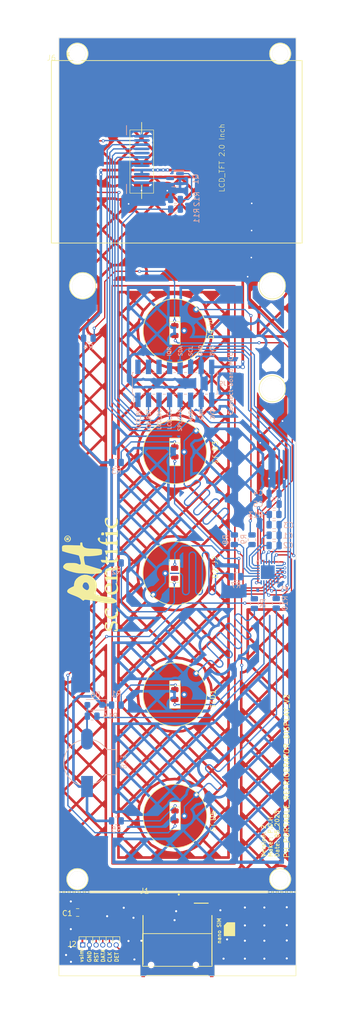
<source format=kicad_pcb>
(kicad_pcb (version 20221018) (generator pcbnew)
  (layers (0 "F.Cu" signal) (31 "B.Cu" signal) (34 "B.Paste" user) (35 "F.Paste" user) (36 "B.SilkS" user "B.Silkscreen") (37 "F.SilkS" user "F.Silkscreen") (38 "B.Mask" user) (39 "F.Mask" user) (44 "Edge.Cuts" user))
  (net 0 "")
  (net 1 "GND")
  (net 2 "Net-(BZ1-+)")
  (net 3 "+3V3")
  (net 4 "Net-(U1-CMOD)")
  (net 5 "Net-(U1-VCC)")
  (net 6 "Net-(U1-~{XRES})")
  (net 7 "Net-(D1-A)")
  (net 8 "Net-(D1-K)")
  (net 9 "Net-(D2-A)")
  (net 10 "Net-(D2-K)")
  (net 11 "Net-(D3-A)")
  (net 12 "Net-(D3-K)")
  (net 13 "Net-(D4-A)")
  (net 14 "/i2c_scl")
  (net 15 "/i2c_sda")
  (net 16 "/lcd_cs")
  (net 17 "/lcd_dc")
  (net 18 "/lcd_rst")
  (net 19 "/lcd_bl")
  (net 20 "Net-(D4-K)")
  (net 21 "Net-(D5-A)")
  (net 22 "Net-(D5-K)")
  (net 23 "Net-(J6-LEDK)")
  (net 24 "/ts_irq")
  (net 25 "/lcd_clk")
  (net 26 "/lcd_mosi")
  (net 30 "Net-(Q1-B)")
  (net 31 "Net-(U1-CS0)")
  (net 32 "Net-(U1-CS1)")
  (net 33 "Net-(U1-CS2)")
  (net 34 "Net-(U1-CS3)")
  (net 35 "Net-(U1-CS4)")
  (net 36 "Net-(U1-~{HI})")
  (net 37 "/ts1")
  (net 38 "/ts2")
  (net 39 "/ts3")
  (net 40 "/ts4")
  (net 41 "/ts5")
  (footprint "LED_SMD:LED_0805_2012Metric" (layer "F.Cu") (at 57.03 169.51 -90)
    (fp_text reference "D5")
    (fp_text value "LED0805")
  )
  (footprint "Lib_Hien:Button_Touch_Circle" (layer "F.Cu") (at 57 100.5 -90)
    (fp_text reference "J3")
    (fp_text value "Conn_01x01")
  )
  (footprint "Connector_PinHeader_1.27mm:PinHeader_1x06_P1.27mm_Horizontal" (layer "F.Cu") (at 39.51 193.975 90)
    (fp_text reference "J2")
    (fp_text value "Conn_01x06_Pin" hide)
  )
  (footprint "Lib_Hien:microSIM_Card" (layer "F.Cu") (at 57.5 192.915)
    (fp_text reference "J1")
    (fp_text value "SIM7100-6-1-15-00-A_REVC")
  )
  (footprint "LED_SMD:LED_0805_2012Metric" (layer "F.Cu") (at 57 146.5 -90)
    (fp_text reference "D1")
    (fp_text value "LED0805")
  )
  (footprint "01phkicad:logo" (layer "F.Cu") (at 43.185918 122.99333 90)
    (fp_text reference "" hide)
    (fp_text value "LOGO" hide)
  )
  (footprint "Lib_Hien:Button_Touch_Circle" (layer "F.Cu") (at 57.03 169.51 -90)
    (fp_text reference "J5")
    (fp_text value "Conn_01x01")
  )
  (footprint "01phkicad:hole_4mm" (layer "F.Cu") (at 75.5 88.5)
    (fp_text reference "REF**" hide)
    (fp_text value "hole_4mm")
  )
  (footprint "LED_SMD:LED_0805_2012Metric" (layer "F.Cu") (at 56.957597 123.519997 90)
    (fp_text reference "D2")
    (fp_text value "LED0805")
  )
  (footprint "01phkicad:hole_4mm" (layer "F.Cu") (at 75.5 69)
    (fp_text reference "REF**" hide)
    (fp_text value "hole_4mm")
  )
  (footprint "Lib_Hien:Button_Touch_Circle" (layer "F.Cu") (at 56.957597 123.519997 90)
    (fp_text reference "J2")
    (fp_text value "Conn_01x01")
  )
  (footprint "01phkicad:hole_3mm" (layer "F.Cu") (at 77 181.5)
    (fp_text reference "REF**" hide)
    (fp_text value "Vit-4mm")
  )
  (footprint "Lib_Hien:Button_Touch_Circle" (layer "F.Cu") (at 57 77.5 -90)
    (fp_text reference "J4")
    (fp_text value "Conn_01x01")
  )
  (footprint "01phkicad:hole_3mm" (layer "F.Cu") (at 38.5 181.5)
    (fp_text reference "REF**" hide)
    (fp_text value "Vit-4mm")
  )
  (footprint "01phkicad:hole_4mm" (layer "F.Cu") (at 39.5 69)
    (fp_text reference "REF**" hide)
    (fp_text value "hole_4mm")
  )
  (footprint "Lib_Hien:Button_Touch_Circle" (layer "F.Cu") (at 57 146.5 -90)
    (fp_text reference "J1")
    (fp_text value "Conn_01x01")
  )
  (footprint "01phkicad:hole_3mm" (layer "F.Cu") (at 77 25)
    (fp_text reference "REF**" hide)
    (fp_text value "Vit-4mm")
  )
  (footprint "01phkicad:hole_3mm" (layer "F.Cu") (at 38.5 25)
    (fp_text reference "REF**" hide)
    (fp_text value "Vit-4mm")
  )
  (footprint "LED_SMD:LED_0805_2012Metric" (layer "F.Cu") (at 57 77.5 -90)
    (fp_text reference "D4")
    (fp_text value "LED0805")
  )
  (footprint "Capacitor_SMD:C_0805_2012Metric" (layer "F.Cu") (at 38.55 187.825 180)
    (fp_text reference "C1")
    (fp_text value "100nF")
  )
  (footprint "Lib_Hien:LCD_TFT_34.6x47.6mm_2INCH" (layer "F.Cu") (at 33.5675 26.2975)
    (fp_text reference "J6")
    (fp_text value "LCD12PIN")
  )
  (footprint "LED_SMD:LED_0805_2012Metric" (layer "F.Cu") (at 57 100.5 -90)
    (fp_text reference "D3")
    (fp_text value "LED0805")
  )
  (footprint "Lib_Hien:Buzzer_SMD_9633" (layer "B.Cu") (at 40.35 159.25 90)
    (fp_text reference "BZ1")
    (fp_text value "Buzzer-Device")
  )
  (footprint "Resistor_SMD:R_0805_2012Metric" (layer "B.Cu") (at 75.85 112.35 180)
    (fp_text reference "R13")
    (fp_text value "10k")
  )
  (footprint "Capacitor_SMD:C_0805_2012Metric" (layer "B.Cu") (at 75.85 118.25)
    (fp_text reference "C2")
    (fp_text value "100nF")
  )
  (footprint "Package_DFN_QFN:QFN-24-1EP_4x4mm_P0.5mm_EP2.6x2.6mm" (layer "B.Cu") (at 74.65 123.3)
    (fp_text reference "U1")
    (fp_text value "CY8CMBR3116")
  )
  (footprint "Resistor_SMD:R_0805_2012Metric" (layer "B.Cu") (at 68.6 124.15)
    (fp_text reference "R7")
    (fp_text value "560R")
  )
  (footprint "Capacitor_SMD:C_0805_2012Metric" (layer "B.Cu") (at 75.85 114.3)
    (fp_text reference "C3")
    (fp_text value "100nF")
  )
  (footprint "Resistor_SMD:R_0805_2012Metric" (layer "B.Cu") (at 68.3 117.15 -90)
    (fp_text reference "R8")
    (fp_text value "560R")
  )
  (footprint "Resistor_SMD:R_0805_2012Metric" (layer "B.Cu") (at 76.25 129.2 90)
    (fp_text reference "R10")
    (fp_text value "560R")
  )
  (footprint "Resistor_SMD:R_0805_2012Metric" (layer "B.Cu") (at 45.9 121.55)
    (fp_text reference "R2")
    (fp_text value "1k")
  )
  (footprint "Package_TO_SOT_SMD:SOT-23" (layer "B.Cu") (at 57.05 48.675 180)
    (fp_text reference "Q1")
    (fp_text value "C1815_SOT23")
  )
  (footprint "Resistor_SMD:R_0805_2012Metric" (layer "B.Cu") (at 57.125 52.625 180)
    (fp_text reference "R12")
    (fp_text value "10k")
  )
  (footprint "Diode_SMD:D_SOD-123F" (layer "B.Cu") (at 41.8 148.45 180)
    (fp_text reference "D6")
    (fp_text value "1N4007_T7")
  )
  (footprint "Resistor_SMD:R_0805_2012Metric" (layer "B.Cu") (at 45.9 102.5)
    (fp_text reference "R3")
    (fp_text value "1k")
  )
  (footprint "Resistor_SMD:R_0805_2012Metric" (layer "B.Cu") (at 40.5875 78.95)
    (fp_text reference "R4")
    (fp_text value "1k")
  )
  (footprint "Capacitor_SMD:C_0805_2012Metric" (layer "B.Cu") (at 75.85 110.4 180)
    (fp_text reference "C5")
    (fp_text value "10uF")
  )
  (footprint "Capacitor_SMD:C_0805_2012Metric" (layer "B.Cu") (at 75.85 116.3)
    (fp_text reference "C1")
    (fp_text value "2.2nF")
  )
  (footprint "Resistor_SMD:R_0805_2012Metric" (layer "B.Cu") (at 72.1 129.25 90)
    (fp_text reference "R6")
    (fp_text value "560R")
  )
  (footprint "Resistor_SMD:R_0805_2012Metric" (layer "B.Cu") (at 45.9 148.5)
    (fp_text reference "R1")
    (fp_text value "1k")
  )
  (footprint "Connector_PinSocket_2.00mm:PinSocket_2x08_P2.00mm_Vertical_SMD" (layer "B.Cu") (at 57 87.5 -90)
    (fp_text reference "J9")
    (fp_text value "Conn_02x08_Odd_Even")
  )
  (footprint "Resistor_SMD:R_0805_2012Metric" (layer "B.Cu") (at 71.65 117.15 -90)
    (fp_text reference "R9")
    (fp_text value "560R")
  )
  (footprint "Resistor_SMD:R_0805_2012Metric" (layer "B.Cu") (at 57.125 54.475)
    (fp_text reference "R11")
    (fp_text value "100R")
  )
  (footprint "Capacitor_SMD:C_0805_2012Metric" (layer "B.Cu") (at 75.85 108.4 180)
    (fp_text reference "C4")
    (fp_text value "100nF")
  )
  (footprint "Resistor_SMD:R_0805_2012Metric" (layer "B.Cu") (at 41.3 150.6 180)
    (fp_text reference "R14")
    (fp_text value "1k")
  )
  (footprint "Resistor_SMD:R_0805_2012Metric" (layer "B.Cu") (at 45.9 170.45)
    (fp_text reference "R5")
    (fp_text value "1k")
  )
  (gr_line (start 40.175 190.725) (end 41.45 190.725) (stroke (width 0.2)) (layer "F.Cu"))
  (gr_rect (start 45.1 69) (end 68.4 178.6) (stroke (width 0.3)) (fill none) (layer "F.Cu"))
  (gr_line (start 47.825 51.5375) (end 47.825 49.7625) (stroke (width 0.15)) (layer "B.SilkS"))
  (gr_line (start 47.825 40.4) (end 47.825 38.625) (stroke (width 0.15)) (layer "B.SilkS"))
  (gr_rect (start 35 184.025) (end 80 199.825) (stroke (width 0.1)) (fill none) (layer "F.SilkS"))
  (gr_rect (start 50.89 191.825) (end 64.07 198.025) (stroke (width 0.15)) (fill none) (layer "F.SilkS"))
  (gr_rect (start 35 22) (end 80 183.85) (stroke (width 0.1)) (fill none) (layer "F.SilkS"))
  (gr_line (start 50.7 38.025) (end 50.7 40.175) (stroke (width 0.15)) (layer "F.SilkS"))
  (gr_poly (pts (xy 66.375 190.325) (xy 66.375 192.225) (xy 68.375 192.225) (xy 68.375 192.225) (xy 68.375 189.75) (xy 66.95 189.75)) (stroke (width 0.15)) (fill solid) (layer "F.SilkS"))
  (gr_line (start 50.7 52.475) (end 50.7 49.95) (stroke (width 0.15)) (layer "F.SilkS"))
  (gr_poly (pts (xy 64.55 197.825) (xy 80 197.825) (xy 80 22) (xy 35 22) (xy 35 197.825) (xy 50.45 197.825) (xy 50.45 199.425) (xy 50.45 199.85) (xy 64.55 199.85)) (stroke (width 0.1)) (fill none) (layer "Edge.Cuts"))
  (gr_rect (start 40.85 183.725) (end 74.65 184.125) (stroke (width 0.1)) (fill none) (layer "Edge.Cuts"))
  (gr_text "GND" (at 62.475 94.616666 90) (layer "B.SilkS") (effects (font (size 0.7 0.7) (thickness 0.15) bold) (justify left bottom)))
  (gr_text "3V3" (at 64.575 94.416667 90) (layer "B.SilkS") (effects (font (size 0.7 0.7) (thickness 0.15) bold) (justify left bottom)))
  (gr_text "IQR" (at 56.35 82.45 90) (layer "B.SilkS") (effects (font (size 0.7 0.7) (thickness 0.15) bold) (justify left bottom)))
  (gr_text "LCD_BL" (at 50.5 96.25 90) (layer "B.SilkS") (effects (font (size 0.7 0.7) (thickness 0.15) bold) (justify left bottom)))
  (gr_text "LCD_DC" (at 54.45 96.383333 90) (layer "B.SilkS") (effects (font (size 0.7 0.7) (thickness 0.15) bold) (justify left bottom)))
  (gr_text "SDA" (at 58.475 82.45 90) (layer "B.SilkS") (effects (font (size 0.7 0.7) (thickness 0.15) bold) (justify left bottom)))
  (gr_text "GND" (at 62.3 82.45 90) (layer "B.SilkS") (effects (font (size 0.7 0.7) (thickness 0.15) bold) (justify left bottom)))
  (gr_text "MOSI" (at 60.45 95.016666 90) (layer "B.SilkS") (effects (font (size 0.7 0.7) (thickness 0.15) bold) (justify left bottom)))
  (gr_text "Connect board MCU" (at 68.075 93.6 90) (layer "B.SilkS") (effects (font (size 0.8 0.8) (thickness 0.15) bold) (justify left bottom)))
  (gr_text "3V3" (at 64.525 82.45 90) (layer "B.SilkS") (effects (font (size 0.7 0.7) (thickness 0.15) bold) (justify left bottom)))
  (gr_text "SPI_CLK" (at 58.375 96.683333 90) (layer "B.SilkS") (effects (font (size 0.7 0.7) (thickness 0.15) bold) (justify left bottom)))
  (gr_text "SCL" (at 60.425 82.45 90) (layer "B.SilkS") (effects (font (size 0.7 0.7) (thickness 0.15) bold) (justify left bottom)))
  (gr_text "LCD_CS" (at 56.4 96.35 90) (layer "B.SilkS") (effects (font (size 0.7 0.7) (thickness 0.15) bold) (justify left bottom)))
  (gr_text "LCD_RST" (at 52.45 96.883333 90) (layer "B.SilkS") (effects (font (size 0.7 0.7) (thickness 0.15) bold) (justify left bottom)))
  (gr_text "RST" (at 42.525 197.35 90) (layer "F.SilkS") (effects (font (size 0.7 0.7) (thickness 0.15) bold) (justify left bottom)))
  (gr_text "DET" (at 46.375 197.325 90) (layer "F.SilkS") (effects (font (size 0.7 0.7) (thickness 0.15) bold) (justify left bottom)))
  (gr_text "CLK" (at 45.05 197.35 90) (layer "F.SilkS") (effects (font (size 0.7 0.7) (thickness 0.15) bold) (justify left bottom)))
  (gr_text "Version: 2\nMaker: P.D.H\nDate: 05_2023" (at 76.9 177.4 90) (layer "F.SilkS") (effects (font (size 0.8 0.8) (thickness 0.15) bold) (justify left bottom)))
  (gr_text "nano SIM" (at 65.825 193.825 90) (layer "F.SilkS") (effects (font (size 0.7 0.7) (thickness 0.15) bold) (justify left bottom)))
  (gr_text "PH_PORTABLE_REFRIGERATOR_DISPLAY_V2" (at 78.225 161.95 90) (layer "F.SilkS") (effects (font (size 1 1))))
  (gr_text "vsim" (at 39.7 197.35 90) (layer "F.SilkS") (effects (font (size 0.7 0.7) (thickness 0.15) bold) (justify left bottom)))
  (gr_text "DATA" (at 43.8 197.35 90) (layer "F.SilkS") (effects (font (size 0.7 0.7) (thickness 0.15) bold) (justify left bottom)))
  (gr_text "GND" (at 41.2 197.35 90) (layer "F.SilkS") (effects (font (size 0.7 0.7) (thickness 0.15) bold) (justify left bottom)))
  (segment (start 46.4 194.725) (end 45.86 194.185) (width 0.25) (layer "F.Cu") (net 0))
  (segment (start 53.94 185.545) (end 53.94 185.715) (width 0.25) (layer "F.Cu") (net 0))
  (segment (start 52.67 185.545) (end 52.05 184.925) (width 0.25) (layer "F.Cu") (net 0))
  (segment (start 57.75 184.825) (end 57.35 184.425) (width 0.35) (layer "F.Cu") (net 0))
  (segment (start 40.025 187.725) (end 39.425 187.725) (width 0.35) (layer "F.Cu") (net 0))
  (segment (start 44.3 190.575) (end 43.32 191.555) (width 0.25) (layer "F.Cu") (net 0))
  (segment (start 44 184.925) (end 42.065 186.86) (width 0.25) (layer "F.Cu") (net 0))
  (segment (start 53.95 187.975) (end 51.35 190.575) (width 0.25) (layer "F.Cu") (net 0))
  (segment (start 55.21 187.665) (end 51.65 191.225) (width 0.25) (layer "F.Cu") (net 0))
  (segment (start 43.32 191.555) (end 43.32 193.975) (width 0.25) (layer "F.Cu") (net 0))
  (segment (start 52.05 184.925) (end 44 184.925) (width 0.25) (layer "F.Cu") (net 0))
  (segment (start 55.21 185.545) (end 55.21 187.665) (width 0.25) (layer "F.Cu") (net 0))
  (segment (start 44.95 191.225) (end 44.59 191.585) (width 0.25) (layer "F.Cu") (net 0))
  (segment (start 51.35 190.575) (end 44.3 190.575) (width 0.25) (layer "F.Cu") (net 0))
  (segment (start 43.325 184.425) (end 40.025 187.725) (width 0.35) (layer "F.Cu") (net 0))
  (segment (start 51.65 191.225) (end 44.95 191.225) (width 0.25) (layer "F.Cu") (net 0))
  (segment (start 59.97 185.545) (end 59.97 194.055) (width 0.25) (layer "F.Cu") (net 0))
  (segment (start 42.065 193.96) (end 42.05 193.975) (width 0.25) (layer "F.Cu") (net 0))
  (segment (start 39.525 193.96) (end 39.51 193.975) (width 0.25) (layer "F.Cu") (net 0))
  (segment (start 53.95 185.725) (end 53.95 187.975) (width 0.25) (layer "F.Cu") (net 0))
  (segment (start 39.45 187.75) (end 39.45 193.86) (width 0.35) (layer "F.Cu") (net 0))
  (segment (start 57.75 185.545) (end 57.75 184.825) (width 0.35) (layer "F.Cu") (net 0))
  (segment (start 57.375 184.425) (end 43.325 184.425) (width 0.35) (layer "F.Cu") (net 0))
  (segment (start 44.59 191.585) (end 44.59 193.975) (width 0.25) (layer "F.Cu") (net 0))
  (segment (start 53.94 185.715) (end 53.95 185.725) (width 0.25) (layer "F.Cu") (net 0))
  (segment (start 42.065 186.86) (end 42.065 193.96) (width 0.25) (layer "F.Cu") (net 0))
  (segment (start 59.3 194.725) (end 46.4 194.725) (width 0.25) (layer "F.Cu") (net 0))
  (segment (start 59.97 194.055) (end 59.3 194.725) (width 0.25) (layer "F.Cu") (net 0))
  (segment (start 73.225 98.775) (end 73.225 97.775) (width 0.25) (layer "F.Cu") (net 1))
  (segment (start 76.35 94.65) (end 77.45 94.65) (width 0.25) (layer "F.Cu") (net 1))
  (segment (start 77.65 105.55) (end 74.9 105.55) (width 0.25) (layer "F.Cu") (net 1))
  (segment (start 73.225 97.775) (end 76.35 94.65) (width 0.25) (layer "F.Cu") (net 1))
  (segment (start 77.75 105.65) (end 77.65 105.55) (width 0.25) (layer "F.Cu") (net 1))
  (via (at 78.25 190.225) (size 0.8) (drill 0.4) (layers "F.Cu" "B.Cu") (net 1))
  (via (at 37.25 190.975) (size 0.8) (drill 0.4) (layers "F.Cu" "B.Cu") (net 1))
  (via (at 75.99 183.925) (size 0.6) (drill 0.3) (layers "F.Cu" "B.Cu") (net 1))
  (via (at 74.9 105.55) (size 0.6) (drill 0.3) (layers "F.Cu" "B.Cu") (net 1))
  (via (at 70.3 186.875) (size 0.8) (drill 0.4) (layers "F.Cu" "B.Cu") (net 1))
  (via (at 49.15 188.825) (size 0.8) (drill 0.4) (layers "F.Cu" "B.Cu") (net 1))
  (via (at 47.3 186.925) (size 0.8) (drill 0.4) (layers "F.Cu" "B.Cu") (net 1))
  (via (at 37.409 183.95) (size 0.6) (drill 0.3) (layers "F.Cu" "B.Cu") (net 1))
  (via (at 50.65 193.175) (size 0.8) (drill 0.4) (layers "F.Cu" "B.Cu") (net 1))
  (via (at 78.66 183.925) (size 0.6) (drill 0.3) (layers "F.Cu" "B.Cu") (net 1))
  (via (at 71.6 53.375) (size 0.6) (drill 0.3) (layers "F.Cu" "B.Cu") (net 1))
  (via (at 44.15 188.525) (size 0.8) (drill 0.4) (layers "F.Cu" "B.Cu") (net 1))
  (via (at 36.35 195.875) (size 0.8) (drill 0.4) (layers "F.Cu" "B.Cu") (net 1))
  (via (at 71.525 63.65) (size 0.6) (drill 0.3) (layers "F.Cu" "B.Cu") (net 1))
  (via (at 70.3 196.575) (size 0.8) (drill 0.4) (layers "F.Cu" "B.Cu") (net 1))
  (via (at 57.25 187.575) (size 0.8) (drill 0.4) (layers "F.Cu" "B.Cu") (net 1))
  (via (at 71.575 58.525) (size 0.6) (drill 0.3) (layers "F.Cu" "B.Cu") (net 1))
  (via (at 78.25 196.525) (size 0.8) (drill 0.4) (layers "F.Cu" "B.Cu") (net 1))
  (via (at 74 186.875) (size 0.8) (drill 0.4) (layers "F.Cu" "B.Cu") (net 1))
  (via (at 48.2 193.225) (size 0.8) (drill 0.4) (layers "F.Cu" "B.Cu") (net 1))
  (via (at 70.3 193.175) (size 0.8) (drill 0.4) (layers "F.Cu" "B.Cu") (net 1))
  (via (at 78.25 193.125) (size 0.8) (drill 0.4) (layers "F.Cu" "B.Cu") (net 1))
  (via (at 75.1 183.925) (size 0.6) (drill 0.3) (layers "F.Cu" "B.Cu") (net 1))
  (via (at 78.25 186.825) (size 0.8) (drill 0.4) (layers "F.Cu" "B.Cu") (net 1))
  (via (at 66.25 196.575) (size 0.8) (drill 0.4) (layers "F.Cu" "B.Cu") (net 1))
  (via (at 35.465 183.95) (size 0.6) (drill 0.3) (layers "F.Cu" "B.Cu") (net 1))
  (via (at 65.65 187.4) (size 0.8) (drill 0.4) (layers "F.Cu" "B.Cu") (net 1))
  (via (at 37.25 185.725) (size 0.8) (drill 0.4) (layers "F.Cu" "B.Cu") (net 1))
  (via (at 55.575 50.975) (size 0.6) (drill 0.3) (layers "F.Cu" "B.Cu") (net 1))
  (via (at 36.437 183.95) (size 0.6) (drill 0.3) (layers "F.Cu" "B.Cu") (net 1))
  (via (at 66.925 192.925) (size 0.8) (drill 0.4) (layers "F.Cu" "B.Cu") (net 1))
  (via (at 38.381 183.95) (size 0.6) (drill 0.3) (layers "F.Cu" "B.Cu") (net 1))
  (via (at 56.95 189.275) (size 0.8) (drill 0.4) (layers "F.Cu" "B.Cu") (net 1))
  (via (at 40.325 183.95) (size 0.6) (drill 0.3) (layers "F.Cu" "B.Cu") (net 1))
  (via (at 79.55 183.925) (size 0.6) (drill 0.3) (layers "F.Cu" "B.Cu") (net 1))
  (via (at 76.88 183.925) (size 0.6) (drill 0.3) (layers "F.Cu" "B.Cu") (net 1))
  (via (at 73.225 98.775) (size 0.6) (drill 0.3) (layers "F.Cu" "B.Cu") (net 1))
  (via (at 77.45 94.65) (size 0.6) (drill 0.3) (layers "F.Cu" "B.Cu") (net 1))
  (via (at 50.675 50.925) (size 0.6) (drill 0.3) (layers "F.Cu" "B.Cu") (net 1))
  (via (at 77.75 105.65) (size 0.6) (drill 0.3) (layers "F.Cu" "B.Cu") (net 1))
  (via (at 39.353 183.95) (size 0.6) (drill 0.3) (layers "F.Cu" "B.Cu") (net 1))
  (via (at 48.225 53.475) (size 0.6) (drill 0.3) (layers "F.Cu" "B.Cu") (net 1))
  (via (at 77.77 183.925) (size 0.6) (drill 0.3) (layers "F.Cu" "B.Cu") (net 1))
  (via (at 70.825 67.275) (size 0.6) (drill 0.3) (layers "F.Cu" "B.Cu") (net 1))
  (via (at 70.3 190.275) (size 0.8) (drill 0.4) (layers "F.Cu" "B.Cu") (net 1))
  (via (at 37.275 197.175) (size 0.8) (drill 0.4) (layers "F.Cu" "B.Cu") (net 1))
  (via (at 49.325 196.725) (size 0.8) (drill 0.4) (layers "F.Cu" "B.Cu") (net 1))
  (via (at 74 196.575) (size 0.8) (drill 0.4) (layers "F.Cu" "B.Cu") (net 1))
  (via (at 74 193.175) (size 0.8) (drill 0.4) (layers "F.Cu" "B.Cu") (net 1))
  (via (at 74 190.275) (size 0.8) (drill 0.4) (layers "F.Cu" "B.Cu") (net 1))
  (via (at 37.25 194.375) (size 0.8) (drill 0.4) (layers "F.Cu" "B.Cu") (net 1))
  (segment (start 74.9 121.3625) (end 74.9 123.05) (width 0.25) (layer "B.Cu") (net 1))
  (segment (start 75.9 125.2375) (end 75.9 124.55) (width 0.25) (layer "B.Cu") (net 1))
  (segment (start 75.4 119.8) (end 76.8 118.4) (width 0.25) (layer "B.Cu") (net 1))
  (segment (start 62 84.375) (end 62 90.625) (width 0.25) (layer "B.Cu") (net 1))
  (segment (start 77.95 112.95) (end 76.8 114.1) (width 0.25) (layer "B.Cu") (net 1))
  (segment (start 74.9 100.45) (end 69.4 94.95) (width 0.25) (layer "B.Cu") (net 1))
  (segment (start 79 93.05) (end 77.45 94.6) (width 0.25) (layer "B.Cu") (net 1))
  (segment (start 63.75 94.95) (end 62 93.2) (width 0.25) (layer "B.Cu") (net 1))
  (segment (start 74.9 108.4) (end 74.9 105.55) (width 0.25) (layer "B.Cu") (net 1))
  (segment (start 79 79.9) (end 79 93.05) (width 0.25) (layer "B.Cu") (net 1))
  (segment (start 75.4 124.05) (end 74.65 123.3) (width 0.25) (layer "B.Cu") (net 1))
  (segment (start 76.8 114.1) (end 76.8 114.3) (width 0.25) (layer "B.Cu") (net 1))
  (segment (start 75.4 121.3625) (end 75.4 119.8) (width 0.25) (layer "B.Cu") (net 1))
  (segment (start 73.9 122.55) (end 74.65 123.3) (width 0.25) (layer "B.Cu") (net 1))
  (segment (start 70.85 67.25) (end 70.825 67.275) (width 0.25) (layer "B.Cu") (net 1))
  (segment (start 77.95 105.85) (end 77.95 112.95) (width 0.25) (layer "B.Cu") (net 1))
  (segment (start 74.9 121.3625) (end 75.4 121.3625) (width 0.25) (layer "B.Cu") (net 1))
  (segment (start 76.5875 124.05) (end 75.4 124.05) (width 0.25) (layer "B.Cu") (net 1))
  (segment (start 77.75 105.65) (end 77.95 105.85) (width 0.25) (layer "B.Cu") (net 1))
  (segment (start 74.9 110.4) (end 74.9 108.4) (width 0.25) (layer "B.Cu") (net 1))
  (segment (start 75.9 124.55) (end 74.65 123.3) (width 0.25) (layer "B.Cu") (net 1))
  (segment (start 62 93.2) (end 62 90.625) (width 0.25) (layer "B.Cu") (net 1))
  (segment (start 74.9 123.05) (end 74.65 123.3) (width 0.25) (layer "B.Cu") (net 1))
  (segment (start 73.9 121.3625) (end 73.9 122.55) (width 0.25) (layer "B.Cu") (net 1))
  (segment (start 74.9 105.55) (end 74.9 100.45) (width 0.25) (layer "B.Cu") (net 1))
  (segment (start 77.45 94.6) (end 77.45 94.65) (width 0.25) (layer "B.Cu") (net 1))
  (segment (start 76.5875 124.05) (end 76.5875 124.55) (width 0.25) (layer "B.Cu") (net 1))
  (segment (start 76.8 118.4) (end 76.8 118.25) (width 0.25) (layer "B.Cu") (net 1))
  (segment (start 70.85 71.75) (end 79 79.9) (width 0.25) (layer "B.Cu") (net 1))
  (segment (start 76.8 118.25) (end 76.8 114.3) (width 0.25) (layer "B.Cu") (net 1))
  (segment (start 69.4 94.95) (end 63.75 94.95) (width 0.25) (layer "B.Cu") (net 1))
  (segment (start 70.825 67.275) (end 70.85 71.75) (width 0.25) (layer "B.Cu") (net 1))
  (segment (start 40.33 154.936) (end 40.33 150.7575) (width 0.35) (layer "B.Cu") (net 2))
  (segment (start 40.33 150.7575) (end 40.6375 150.45) (width 0.35) (layer "B.Cu") (net 2))
  (segment (start 40.4 150.2125) (end 40.6375 150.45) (width 0.35) (layer "B.Cu") (net 2))
  (segment (start 40.4 148.45) (end 40.4 150.2125) (width 0.35) (layer "B.Cu") (net 2))
  (segment (start 69 84.4) (end 69.9 84.4) (width 0.5) (layer "F.Cu") (net 3))
  (segment (start 48.5175 47.0675) (end 47.8275 47.0675) (width 0.5) (layer "F.Cu") (net 3))
  (segment (start 43.0325 47.0675) (end 47.7175 47.0675) (width 0.5) (layer "F.Cu") (net 3))
  (segment (start 42.95 47.15) (end 42.95 47.9) (width 0.35) (layer "F.Cu") (net 3))
  (segment (start 48.525 47.075) (end 48.5175 47.0675) (width 0.5) (layer "F.Cu") (net 3))
  (segment (start 47.7325 47.0675) (end 47.8275 47.0675) (width 0.5) (layer "F.Cu") (net 3))
  (segment (start 76.8 109.45) (end 76.8 109.5) (width 0.25) (layer "F.Cu") (net 3))
  (segment (start 69.9 83.4) (end 69.9 49.55) (width 0.5) (layer "F.Cu") (net 3))
  (segment (start 43 47.1) (end 43.0325 47.0675) (width 0.5) (layer "F.Cu") (net 3))
  (segment (start 43 47.1) (end 42.95 47.15) (width 0.35) (layer "F.Cu") (net 3))
  (segment (start 67.4175 47.0675) (end 48.5325 47.0675) (width 0.5) (layer "F.Cu") (net 3))
  (segment (start 69.9 49.55) (end 67.4175 47.0675) (width 0.5) (layer "F.Cu") (net 3))
  (segment (start 69.9 83.4) (end 69.9 84.4) (width 0.5) (layer "F.Cu") (net 3))
  (segment (start 73.8745 112.4255) (end 73.8745 119.45) (width 0.25) (layer "F.Cu") (net 3))
  (segment (start 76.8 109.5) (end 73.8745 112.4255) (width 0.25) (layer "F.Cu") (net 3))
  (segment (start 47.725 47.075) (end 47.7325 47.0675) (width 0.5) (layer "F.Cu") (net 3))
  (segment (start 47.7175 47.0675) (end 47.725 47.075) (width 0.5) (layer "F.Cu") (net 3))
  (segment (start 48.5325 47.0675) (end 48.525 47.075) (width 0.5) (layer "F.Cu") (net 3))
  (via (at 73.8745 119.45) (size 0.6) (drill 0.3) (layers "F.Cu" "B.Cu") (net 3))
  (via (at 52.825 47.05) (size 0.6) (drill 0.3) (layers "F.Cu" "B.Cu") (net 3))
  (via (at 69.9 83.4) (size 0.6) (drill 0.3) (layers "F.Cu" "B.Cu") (net 3))
  (via (at 53.75 47.05) (size 0.6) (drill 0.3) (layers "F.Cu" "B.Cu") (net 3))
  (via (at 54.8 47.05) (size 0.6) (drill 0.3) (layers "F.Cu" "B.Cu") (net 3))
  (via (at 43 47.1) (size 0.6) (drill 0.3) (layers "F.Cu" "B.Cu") (net 3))
  (via (at 42.95 47.9) (size 0.6) (drill 0.3) (layers "F.Cu" "B.Cu") (net 3))
  (via (at 69.9 84.4) (size 0.8) (drill 0.5) (layers "F.Cu" "B.Cu") (net 3))
  (via (at 69 84.4) (size 0.6) (drill 0.3) (layers "F.Cu" "B.Cu") (net 3))
  (via (at 55.625 47.025) (size 0.6) (drill 0.3) (layers "F.Cu" "B.Cu") (net 3))
  (via (at 76.8 109.45) (size 0.6) (drill 0.3) (layers "F.Cu" "B.Cu") (net 3))
  (via (at 43 47.1) (size 0.6) (drill 0.3) (layers "F.Cu" "B.Cu") (net 3))
  (segment (start 69 84.4) (end 69.9 84.4) (width 0.5) (layer "B.Cu") (net 3))
  (segment (start 68.975 84.375) (end 69 84.4) (width 0.5) (layer "B.Cu") (net 3))
  (segment (start 52.8275 47.0475) (end 53.7475 47.0475) (width 0.5) (layer "B.Cu") (net 3))
  (segment (start 38.7 146.85) (end 41.6 146.85) (width 0.5) (layer "B.Cu") (net 3))
  (segment (start 53.7525 47.0475) (end 54.7975 47.0475) (width 0.5) (layer "B.Cu") (net 3))
  (segment (start 76.8 108.4) (end 76.8 100.2) (width 0.35) (layer "B.Cu") (net 3))
  (segment (start 53.75 47.05) (end 53.7525 47.0475) (width 0.5) (layer "B.Cu") (net 3))
  (segment (start 44.8 148.6875) (end 44.9875 148.5) (width 0.3) (layer "B.Cu") (net 3))
  (segment (start 55.6475 47.0475) (end 55.6725 47.0475) (width 0.5) (layer "B.Cu") (net 3))
  (segment (start 40.33 163.936) (end 40.33 168.83) (width 0.5) (layer "B.Cu") (net 3))
  (segment (start 50.7275 47.0475) (end 52.8225 47.0475) (width 0.5) (layer "B.Cu") (net 3))
  (segment (start 41.95 170.45) (end 44.9875 170.45) (width 0.5) (layer "B.Cu") (net 3))
  (segment (start 41.65 146.9) (end 43.25 148.5) (width 0.5) (layer "B.Cu") (net 3))
  (segment (start 55.6725 47.0475) (end 55.675 47.05) (width 0.5) (layer "B.Cu") (net 3))
  (segment (start 43 47.1) (end 43.0325 47.0675) (width 0.35) (layer "B.Cu") (net 3))
  (segment (start 44.9375 148.45) (end 44.9875 148.5) (width 0.35) (layer "B.Cu") (net 3))
  (segment (start 39.65 78.975) (end 39.65 99.15) (width 0.5) (layer "B.Cu") (net 3))
  (segment (start 39.65 99.15) (end 43 102.5) (width 0.5) (layer "B.Cu") (net 3))
  (segment (start 39.675 78.95) (end 39.675 77.25) (width 0.5) (layer "B.Cu") (net 3))
  (segment (start 64 90.625) (end 64 84.375) (width 0.5) (layer "B.Cu") (net 3))
  (segment (start 42.95 47.15) (end 42.95 47.9) (width 0.5) (layer "B.Cu") (net 3))
  (segment (start 67.225 90.625) (end 64 90.625) (width 0.35) (layer "B.Cu") (net 3))
  (segment (start 39.675 77.25) (end 42.95 73.975) (width 0.5) (layer "B.Cu") (net 3))
  (segment (start 43.2 148.45) (end 44.9375 148.45) (width 0.5) (layer "B.Cu") (net 3))
  (segment (start 41.6 146.85) (end 43.2 148.45) (width 0.5) (layer "B.Cu") (net 3))
  (segment (start 54.8025 47.0475) (end 55.6025 47.0475) (width 0.5) (layer "B.Cu") (net 3))
  (segment (start 76.8 112.3125) (end 76.7625 112.35) (width 0.25) (layer "B.Cu") (net 3))
  (segment (start 53.7475 47.0475) (end 53.75 47.05) (width 0.5) (layer "B.Cu") (net 3))
  (segment (start 43 102.5) (end 44.9875 102.5) (width 0.5) (layer "B.Cu") (net 3))
  (segment (start 73.4 121.3625) (end 73.4 119.9245) (width 0.25) (layer "B.Cu") (net 3))
  (segment (start 38.786 163.936) (end 37.75 162.9) (width 0.5) (layer "B.Cu") (net 3))
  (segment (start 40.33 163.936) (end 38.786 163.936) (width 0.5) (layer "B.Cu") (net 3))
  (segment (start 42.95 73.975) (end 42.95 47.9) (width 0.5) (layer "B.Cu") (net 3))
  (segment (start 52.8225 47.0475) (end 52.825 47.05) (width 0.5) (layer "B.Cu") (net 3))
  (segment (start 37.75 162.9) (end 37.75 147.8) (width 0.5) (layer "B.Cu") (net 3))
  (segment (start 43 47.1) (end 42.95 47.15) (width 0.5) (layer "B.Cu") (net 3))
  (segment (start 76.8 100.2) (end 67.225 90.625) (width 0.35) (layer "B.Cu") (net 3))
  (segment (start 40.33 168.83) (end 41.95 170.45) (width 0.5) (layer "B.Cu") (net 3))
  (segment (start 44.9875 121.55) (end 44.9875 102.5) (width 0.5) (layer "B.Cu") (net 3))
  (segment (start 76.8 108.4) (end 76.8 112.3125) (width 0.25) (layer "B.Cu") (net 3))
  (segment (start 44.9875 121.55) (end 41.65 124.8875) (width 0.5) (layer "B.Cu") (net 3))
  (segment (start 52.825 47.05) (end 52.8275 47.0475) (width 0.5) (layer "B.Cu") (net 3))
  (segment (start 41.65 124.8875) (end 41.65 146.9) (width 0.5) (layer "B.Cu") (net 3))
  (segment (start 64 84.375) (end 68.975 84.375) (width 0.5) (layer "B.Cu") (net 3))
  (segment (start 54.8 47.05) (end 54.8025 47.0475) (width 0.5) (layer "B.Cu") (net 3))
  (segment (start 55.6025 47.0475) (end 55.625 47.025) (width 0.5) (layer "B.Cu") (net 3))
  (segment (start 37.75 147.8) (end 38.7 146.85) (width 0.5) (layer "B.Cu") (net 3))
  (segment (start 50.7275 47.8475) (end 50.7275 47.0475) (width 0.5) (layer "B.Cu") (net 3))
  (segment (start 39.675 78.95) (end 39.65 78.975) (width 0.5) (layer "B.Cu") (net 3))
  (segment (start 43.25 148.5) (end 44.9875 148.5) (width 0.5) (layer "B.Cu") (net 3))
  (segment (start 69.9 83.4) (end 69.9 84.4) (width 0.5) (layer "B.Cu") (net 3))
  (segment (start 73.4 119.9245) (end 73.8745 119.45) (width 0.25) (layer "B.Cu") (net 3))
  (segment (start 54.7975 47.0475) (end 54.8 47.05) (width 0.5) (layer "B.Cu") (net 3))
  (segment (start 55.625 47.025) (end 55.6475 47.0475) (width 0.5) (layer "B.Cu") (net 3))
  (segment (start 71.15 120.25) (end 73.55 117.85) (width 0.25) (layer "B.Cu") (net 4))
  (segment (start 74.2 116.3) (end 74.9 116.3) (width 0.25) (layer "B.Cu") (net 4))
  (segment (start 73.55 116.95) (end 74.2 116.3) (width 0.25) (layer "B.Cu") (net 4))
  (segment (start 73.55 117.85) (end 73.55 116.95) (width 0.25) (layer "B.Cu") (net 4))
  (segment (start 71.15 122) (end 71.15 120.25) (width 0.25) (layer "B.Cu") (net 4))
  (segment (start 71.7 122.55) (end 71.15 122) (width 0.25) (layer "B.Cu") (net 4))
  (segment (start 72.7125 122.55) (end 71.7 122.55) (width 0.25) (layer "B.Cu") (net 4))
  (segment (start 73.85 118.25) (end 74.9 118.25) (width 0.25) (layer "B.Cu") (net 5))
  (segment (start 72.7125 122.05) (end 72.1 122.05) (width 0.25) (layer "B.Cu") (net 5))
  (segment (start 71.7 120.4) (end 73.85 118.25) (width 0.25) (layer "B.Cu") (net 5))
  (segment (start 71.7 121.65) (end 71.7 120.4) (width 0.25) (layer "B.Cu") (net 5))
  (segment (start 72.1 122.05) (end 71.7 121.65) (width 0.25) (layer "B.Cu") (net 5))
  (segment (start 72.5 125.3) (end 72.775 125.025) (width 0.25) (layer "F.Cu") (net 6))
  (segment (start 72.8745 111.123213) (end 72.875 111.123713) (width 0.25) (layer "F.Cu") (net 6))
  (segment (start 72.775 111.222713) (end 72.8745 111.123213) (width 0.25) (layer "F.Cu") (net 6))
  (segment (start 72.775 125.025) (end 72.775 111.222713) (width 0.25) (layer "F.Cu") (net 6))
  (via (at 72.8745 111.123213) (size 0.6) (drill 0.3) (layers "F.Cu" "B.Cu") (net 6))
  (via (at 72.5 125.3) (size 0.6) (drill 0.3) (layers "F.Cu" "B.Cu") (net 6))
  (segment (start 72.8745 111.123213) (end 72.8745 111.1745) (width 0.25) (layer "B.Cu") (net 6))
  (segment (start 73.3375 125.3) (end 73.4 125.2375) (width 0.25) (layer "B.Cu") (net 6))
  (segment (start 74.9375 112.35) (end 74.9375 114.2625) (width 0.25) (layer "B.Cu") (net 6))
  (segment (start 74.9375 114.2625) (end 74.9 114.3) (width 0.25) (layer "B.Cu") (net 6))
  (segment (start 72.5 125.3) (end 73.3375 125.3) (width 0.25) (layer "B.Cu") (net 6))
  (segment (start 72.8745 111.1745) (end 74.05 112.35) (width 0.25) (layer "B.Cu") (net 6))
  (segment (start 74.05 112.35) (end 74.9375 112.35) (width 0.25) (layer "B.Cu") (net 6))
  (segment (start 57 144.8) (end 57.1 144.7) (width 0.25) (layer "F.Cu") (net 7))
  (segment (start 57 145.5625) (end 57 144.8) (width 0.25) (layer "F.Cu") (net 7))
  (via (at 57.1 144.7) (size 0.6) (drill 0.3) (layers "F.Cu" "B.Cu") (net 7))
  (segment (start 48.65 144.7) (end 46.8125 146.5375) (width 0.25) (layer "B.Cu") (net 7))
  (segment (start 57.1 144.7) (end 48.65 144.7) (width 0.25) (layer "B.Cu") (net 7))
  (segment (start 46.8125 146.5375) (end 46.8125 148.5) (width 0.25) (layer "B.Cu") (net 7))
  (segment (start 73.916116 127.45) (end 70.35 127.45) (width 0.25) (layer "F.Cu") (net 8))
  (segment (start 70.35 127.45) (end 69.662537 128.137463) (width 0.25) (layer "F.Cu") (net 8))
  (segment (start 57 148.4) (end 57 147.4375) (width 0.25) (layer "F.Cu") (net 8))
  (segment (start 77.166116 124.2) (end 73.916116 127.45) (width 0.25) (layer "F.Cu") (net 8))
  (segment (start 77.8755 124.2) (end 77.166116 124.2) (width 0.25) (layer "F.Cu") (net 8))
  (segment (start 69.662537 140.912537) (end 69.7 140.95) (width 0.25) (layer "F.Cu") (net 8))
  (segment (start 69.662537 128.137463) (end 69.662537 140.912537) (width 0.25) (layer "F.Cu") (net 8))
  (via (at 69.7 140.95) (size 0.6) (drill 0.3) (layers "F.Cu" "B.Cu") (net 8))
  (via (at 57 148.4) (size 0.6) (drill 0.3) (layers "F.Cu" "B.Cu") (net 8))
  (via (at 77.8755 124.2) (size 0.6) (drill 0.3) (layers "F.Cu" "B.Cu") (net 8))
  (segment (start 77.8755 124.2) (end 77.866116 124.2) (width 0.25) (layer "B.Cu") (net 8))
  (segment (start 69.7 140.95) (end 69.7 143.45) (width 0.25) (layer "B.Cu") (net 8))
  (segment (start 77.216116 123.55) (end 76.5875 123.55) (width 0.25) (layer "B.Cu") (net 8))
  (segment (start 77.866116 124.2) (end 77.216116 123.55) (width 0.25) (layer "B.Cu") (net 8))
  (segment (start 64.75 148.4) (end 57 148.4) (width 0.25) (layer "B.Cu") (net 8))
  (segment (start 69.7 143.45) (end 64.75 148.4) (width 0.25) (layer "B.Cu") (net 8))
  (segment (start 56.957597 124.457497) (end 56.957597 125.242403) (width 0.25) (layer "F.Cu") (net 9))
  (segment (start 56.957597 125.242403) (end 56.9 125.3) (width 0.25) (layer "F.Cu") (net 9))
  (via (at 56.9 125.3) (size 0.6) (drill 0.3) (layers "F.Cu" "B.Cu") (net 9))
  (segment (start 48.4 130.8) (end 46.85 129.25) (width 0.25) (layer "B.Cu") (net 9))
  (segment (start 55.2 130.8) (end 48.4 130.8) (width 0.25) (layer "B.Cu") (net 9))
  (segment (start 56.9 125.3) (end 56.9 129.1) (width 0.25) (layer "B.Cu") (net 9))
  (segment (start 46.85 121.5875) (end 46.8125 121.55) (width 0.25) (layer "B.Cu") (net 9))
  (segment (start 56.9 129.1) (end 55.2 130.8) (width 0.25) (layer "B.Cu") (net 9))
  (segment (start 46.85 129.25) (end 46.85 121.5875) (width 0.25) (layer "B.Cu") (net 9))
  (segment (start 77.85 123.3) (end 77.35 123.3) (width 0.25) (layer "F.Cu") (net 10))
  (segment (start 56.957597 121.842403) (end 57 121.8) (width 0.25) (layer "F.Cu") (net 10))
  (segment (start 77.35 123.3) (end 73.85 126.8) (width 0.25) (layer "F.Cu") (net 10))
  (segment (start 73.85 126.8) (end 69.95 126.8) (width 0.25) (layer "F.Cu") (net 10))
  (segment (start 56.957597 122.582497) (end 56.957597 121.842403) (width 0.25) (layer "F.Cu") (net 10))
  (segment (start 69.95 126.8) (end 69.15 126) (width 0.25) (layer "F.Cu") (net 10))
  (segment (start 69.15 126) (end 69.15 120.7) (width 0.25) (layer "F.Cu") (net 10))
  (via (at 77.85 123.3) (size 0.6) (drill 0.3) (layers "F.Cu" "B.Cu") (net 10))
  (via (at 69.15 120.7) (size 0.6) (drill 0.3) (layers "F.Cu" "B.Cu") (net 10))
  (via (at 57 121.8) (size 0.6) (drill 0.3) (layers "F.Cu" "B.Cu") (net 10))
  (segment (start 77.6 123.05) (end 76.5875 123.05) (width 0.25) (layer "B.Cu") (net 10))
  (segment (start 64 118.3) (end 66.4 120.7) (width 0.25) (layer "B.Cu") (net 10))
  (segment (start 57 119.7) (end 58.4 118.3) (width 0.25) (layer "B.Cu") (net 10))
  (segment (start 77.85 123.3) (end 77.6 123.05) (width 0.25) (layer "B.Cu") (net 10))
  (segment (start 66.4 120.7) (end 69.15 120.7) (width 0.25) (layer "B.Cu") (net 10))
  (segment (start 58.4 118.3) (end 64 118.3) (width 0.25) (layer "B.Cu") (net 10))
  (segment (start 57 121.8) (end 57 119.7) (width 0.25) (layer "B.Cu") (net 10))
  (segment (start 56.95 99.5125) (end 57 99.5625) (width 0.25) (layer "F.Cu") (net 11))
  (segment (start 56.95 98.6) (end 56.95 99.5125) (width 0.25) (layer "F.Cu") (net 11))
  (via (at 56.95 98.6) (size 0.6) (drill 0.3) (layers "F.Cu" "B.Cu") (net 11))
  (segment (start 46.8125 100.4875) (end 48.7 98.6) (width 0.25) (layer "B.Cu") (net 11))
  (segment (start 46.8125 102.5) (end 46.8125 100.4875) (width 0.25) (layer "B.Cu") (net 11))
  (segment (start 48.7 98.6) (end 56.95 98.6) (width 0.25) (layer "B.Cu") (net 11))
  (segment (start 77.8755 122.489553) (end 77.815053 122.55) (width 0.25) (layer "F.Cu") (net 12))
  (segment (start 77.3 122.55) (end 73.55 126.3) (width 0.25) (layer "F.Cu") (net 12))
  (segment (start 77.815053 122.55) (end 77.3 122.55) (width 0.25) (layer "F.Cu") (net 12))
  (segment (start 69.95 120.35) (end 69.2 119.6) (width 0.25) (layer "F.Cu") (net 12))
  (segment (start 73.55 126.3) (end 70.55 126.3) (width 0.25) (layer "F.Cu") (net 12))
  (segment (start 70.55 126.3) (end 69.95 125.7) (width 0.25) (layer "F.Cu") (net 12))
  (segment (start 57 101.4375) (end 57 102.3) (width 0.25) (layer "F.Cu") (net 12))
  (segment (start 69.95 125.7) (end 69.95 120.35) (width 0.25) (layer "F.Cu") (net 12))
  (via (at 69.2 119.6) (size 0.6) (drill 0.3) (layers "F.Cu" "B.Cu") (net 12))
  (via (at 57 102.3) (size 0.6) (drill 0.3) (layers "F.Cu" "B.Cu") (net 12))
  (via (at 77.8755 122.489553) (size 0.6) (drill 0.3) (layers "F.Cu" "B.Cu") (net 12))
  (segment (start 77.8755 122.489553) (end 77.815053 122.55) (width 0.25) (layer "B.Cu") (net 12))
  (segment (start 57 102.3) (end 56.95 102.35) (width 0.25) (layer "B.Cu") (net 12))
  (segment (start 56.95 102.35) (end 56.95 110.3) (width 0.25) (layer "B.Cu") (net 12))
  (segment (start 56.95 110.3) (end 65.75 119.1) (width 0.25) (layer "B.Cu") (net 12))
  (segment (start 65.75 119.1) (end 68.7 119.1) (width 0.25) (layer "B.Cu") (net 12))
  (segment (start 68.7 119.1) (end 69.2 119.6) (width 0.25) (layer "B.Cu") (net 12))
  (segment (start 77.815053 122.55) (end 76.5875 122.55) (width 0.25) (layer "B.Cu") (net 12))
  (segment (start 56.95 76.5125) (end 57 76.5625) (width 0.25) (layer "F.Cu") (net 13))
  (segment (start 50.3 66.25) (end 45.65 66.25) (width 0.25) (layer "F.Cu") (net 13))
  (segment (start 45.65 66.25) (end 43.7 68.2) (width 0.25) (layer "F.Cu") (net 13))
  (segment (start 56.95 75.65) (end 56.95 76.5125) (width 0.25) (layer "F.Cu") (net 13))
  (segment (start 43.7 68.2) (end 43.7 75.05) (width 0.25) (layer "F.Cu") (net 13))
  (segment (start 43.7 75.05) (end 41.7 77.05) (width 0.25) (layer "F.Cu") (net 13))
  (via (at 41.7 77.05) (size 0.6) (drill 0.3) (layers "F.Cu" "B.Cu") (net 13))
  (via (at 50.3 66.25) (size 0.6) (drill 0.3) (layers "F.Cu" "B.Cu") (net 13))
  (via (at 56.95 75.65) (size 0.6) (drill 0.3) (layers "F.Cu" "B.Cu") (net 13))
  (segment (start 56.95 68.2) (end 55 66.25) (width 0.25) (layer "B.Cu") (net 13))
  (segment (start 55 66.25) (end 50.3 66.25) (width 0.25) (layer "B.Cu") (net 13))
  (segment (start 56.95 75.65) (end 56.95 68.2) (width 0.25) (layer "B.Cu") (net 13))
  (segment (start 41.7 78.75) (end 41.5 78.95) (width 0.25) (layer "B.Cu") (net 13))
  (segment (start 41.7 77.05) (end 41.7 78.75) (width 0.25) (layer "B.Cu") (net 13))
  (segment (start 74.9 127.6) (end 74.85 127.65) (width 0.25) (layer "F.Cu") (net 14))
  (segment (start 78.3255 126.8745) (end 77.6 127.6) (width 0.25) (layer "F.Cu") (net 14))
  (segment (start 77.6 127.6) (end 74.9 127.6) (width 0.25) (layer "F.Cu") (net 14))
  (segment (start 78.3255 125.8) (end 78.3255 126.8745) (width 0.25) (layer "F.Cu") (net 14))
  (via (at 78.3255 125.8) (size 0.6) (drill 0.3) (layers "F.Cu" "B.Cu") (net 14))
  (via (at 74.85 127.65) (size 0.6) (drill 0.3) (layers "F.Cu" "B.Cu") (net 14))
  (segment (start 78.5 100.05) (end 71 92.55) (width 0.25) (layer "B.Cu") (net 14))
  (segment (start 60 82.5) (end 60 84.375) (width 0.25) (layer "B.Cu") (net 14))
  (segment (start 74.85 127.65) (end 74.4 127.2) (width 0.25) (layer "B.Cu") (net 14))
  (segment (start 78.5 125.6255) (end 78.5 100.05) (width 0.25) (layer "B.Cu") (net 14))
  (segment (start 60.9 81.6) (end 60 82.5) (width 0.25) (layer "B.Cu") (net 14))
  (segment (start 78.3255 125.8) (end 78.5 125.6255) (width 0.25) (layer "B.Cu") (net 14))
  (segment (start 69.75 81.6) (end 60.9 81.6) (width 0.25) (layer "B.Cu") (net 14))
  (segment (start 74.4 127.2) (end 74.4 125.2375) (width 0.25) (layer "B.Cu") (net 14))
  (segment (start 71 92.55) (end 71 82.85) (width 0.25) (layer "B.Cu") (net 14))
  (segment (start 71 82.85) (end 69.75 81.6) (width 0.25) (layer "B.Cu") (net 14))
  (segment (start 75.5 126.75) (end 77.4005 126.75) (width 0.25) (layer "F.Cu") (net 15))
  (segment (start 75.4 126.85) (end 75.5 126.75) (width 0.25) (layer "F.Cu") (net 15))
  (segment (start 77.4005 126.75) (end 77.4505 126.7) (width 0.25) (layer "F.Cu") (net 15))
  (via (at 77.4505 126.7) (size 0.6) (drill 0.3) (layers "F.Cu" "B.Cu") (net 15))
  (via (at 75.4 126.85) (size 0.6) (drill 0.3) (layers "F.Cu" "B.Cu") (net 15))
  (segment (start 78.45 126.7) (end 78.95 126.2) (width 0.25) (layer "B.Cu") (net 15))
  (segment (start 78.95 99.525) (end 71.55 92.125) (width 0.25) (layer "B.Cu") (net 15))
  (segment (start 59.2 81.05) (end 58 82.25) (width 0.25) (layer "B.Cu") (net 15))
  (segment (start 77.4505 126.7) (end 78.45 126.7) (width 0.25) (layer "B.Cu") (net 15))
  (segment (start 74.9 126.35) (end 74.9 125.2375) (width 0.25) (layer "B.Cu") (net 15))
  (segment (start 78.95 126.2) (end 78.95 99.525) (width 0.25) (layer "B.Cu") (net 15))
  (segment (start 58 82.25) (end 58 84.375) (width 0.25) (layer "B.Cu") (net 15))
  (segment (start 71.55 92.125) (end 71.55 82.5) (width 0.25) (layer "B.Cu") (net 15))
  (segment (start 70.1 81.05) (end 59.2 81.05) (width 0.25) (layer "B.Cu") (net 15))
  (segment (start 71.55 82.5) (end 70.1 81.05) (width 0.25) (layer "B.Cu") (net 15))
  (segment (start 75.4 126.85) (end 74.9 126.35) (width 0.25) (layer "B.Cu") (net 15))
  (segment (start 55.05 95.3) (end 49.35 95.3) (width 0.25) (layer "B.Cu") (net 16))
  (segment (start 45.15 44.4) (end 45.7025 43.8475) (width 0.25) (layer "B.Cu") (net 16))
  (segment (start 56 94.35) (end 55.05 95.3) (width 0.25) (layer "B.Cu") (net 16))
  (segment (start 45.15 91.1) (end 45.15 44.4) (width 0.25) (layer "B.Cu") (net 16))
  (segment (start 56 90.625) (end 56 94.35) (width 0.25) (layer "B.Cu") (net 16))
  (segment (start 45.7025 43.8475) (end 50.7275 43.8475) (width 0.25) (layer "B.Cu") (net 16))
  (segment (start 49.35 95.3) (end 45.15 91.1) (width 0.25) (layer "B.Cu") (net 16))
  (segment (start 54 90.625) (end 54 93.65) (width 0.25) (layer "B.Cu") (net 17))
  (segment (start 53.1 94.55) (end 49.7 94.55) (width 0.25) (layer "B.Cu") (net 17))
  (segment (start 45.625 90.475) (end 45.625 45.12) (width 0.25) (layer "B.Cu") (net 17))
  (segment (start 45.625 45.12) (end 46.0975 44.6475) (width 0.25) (layer "B.Cu") (net 17))
  (segment (start 46.0975 44.6475) (end 50.7275 44.6475) (width 0.25) (layer "B.Cu") (net 17))
  (segment (start 49.7 94.55) (end 45.625 90.475) (width 0.25) (layer "B.Cu") (net 17))
  (segment (start 54 93.65) (end 53.1 94.55) (width 0.25) (layer "B.Cu") (net 17))
  (segment (start 42.475 41.525) (end 40.85 43.15) (width 0.25) (layer "F.Cu") (net 18))
  (segment (start 40.85 49.775) (end 42.375 51.3) (width 0.25) (layer "F.Cu") (net 18))
  (segment (start 43.4 41.525) (end 42.475 41.525) (width 0.25) (layer "F.Cu") (net 18))
  (segment (start 42.375 51.3) (end 46.4 51.3) (width 0.25) (layer "F.Cu") (net 18))
  (segment (start 40.85 43.15) (end 40.85 49.775) (width 0.25) (layer "F.Cu") (net 18))
  (via (at 43.4 41.525) (size 0.6) (drill 0.3) (layers "F.Cu" "B.Cu") (net 18))
  (via (at 46.4 51.3) (size 0.6) (drill 0.3) (layers "F.Cu" "B.Cu") (net 18))
  (segment (start 51.5 93.7) (end 49.75 93.7) (width 0.25) (layer "B.Cu") (net 18))
  (segment (start 46.225 61.95) (end 46.225 51.475) (width 0.25) (layer "B.Cu") (net 18))
  (segment (start 52 93.2) (end 51.5 93.7) (width 0.25) (layer "B.Cu") (net 18))
  (segment (start 43.4 41.525) (end 43.4575 41.4675) (width 0.25) (layer "B.Cu") (net 18))
  (segment (start 46.225 90.175) (end 46.225 61.95) (width 0.25) (layer "B.Cu") (net 18))
  (segment (start 52 90.625) (end 52 93.2) (width 0.25) (layer "B.Cu") (net 18))
  (segment (start 49.75 93.7) (end 46.225 90.175) (width 0.25) (layer "B.Cu") (net 18))
  (segment (start 46.225 51.475) (end 46.4 51.3) (width 0.25) (layer "B.Cu") (net 18))
  (segment (start 50.7075 41.4675) (end 50.7275 41.4475) (width 0.25) (layer "B.Cu") (net 18))
  (segment (start 43.4575 41.4675) (end 50.7075 41.4675) (width 0.25) (layer "B.Cu") (net 18))
  (segment (start 49.725 54.475) (end 46.95 57.25) (width 0.25) (layer "B.Cu") (net 19))
  (segment (start 46.95 57.25) (end 46.95 87.575) (width 0.25) (layer "B.Cu") (net 19))
  (segment (start 46.95 87.575) (end 50 90.625) (width 0.25) (layer "B.Cu") (net 19))
  (segment (start 56.2125 54.475) (end 49.725 54.475) (width 0.25) (layer "B.Cu") (net 19))
  (segment (start 73.85 121.35) (end 77.5 121.35) (width 0.25) (layer "F.Cu") (net 20))
  (segment (start 77.7 79.8) (end 79.3 81.4) (width 0.25) (layer "F.Cu") (net 20))
  (segment (start 73.25 112) (end 73.25 120.75) (width 0.25) (layer "F.Cu") (net 20))
  (segment (start 79.3 105.95) (end 73.25 112) (width 0.25) (layer "F.Cu") (net 20))
  (segment (start 57.1 78.5375) (end 57 78.4375) (width 0.25) (layer "F.Cu") (net 20))
  (segment (start 79.3 81.4) (end 79.3 105.95) (width 0.25) (layer "F.Cu") (net 20))
  (segment (start 73.25 120.75) (end 73.85 121.35) (width 0.25) (layer "F.Cu") (net 20))
  (segment (start 77.5 121.35) (end 77.8 121.65) (width 0.25) (layer "F.Cu") (net 20))
  (segment (start 73 79.8) (end 77.7 79.8) (width 0.25) (layer "F.Cu") (net 20))
  (segment (start 57.1 79.4) (end 57.1 78.5375) (width 0.25) (layer "F.Cu") (net 20))
  (via (at 73 79.8) (size 0.6) (drill 0.3) (layers "F.Cu" "B.Cu") (net 20))
  (via (at 57.1 79.4) (size 0.6) (drill 0.3) (layers "F.Cu" "B.Cu") (net 20))
  (via (at 77.8 121.65) (size 0.6) (drill 0.3) (layers "F.Cu" "B.Cu") (net 20))
  (segment (start 76.5875 122.05) (end 77.4 122.05) (width 0.25) (layer "B.Cu") (net 20))
  (segment (start 73 79.8) (end 72.95 79.85) (width 0.25) (layer "B.Cu") (net 20))
  (segment (start 57.55 79.85) (end 57.1 79.4) (width 0.25) (layer "B.Cu") (net 20))
  (segment (start 72.95 79.85) (end 57.55 79.85) (width 0.25) (layer "B.Cu") (net 20))
  (segment (start 77.4 122.05) (end 77.8 121.65) (width 0.25) (layer "B.Cu") (net 20))
  (segment (start 57.05 168.5525) (end 57.03 168.5725) (width 0.25) (layer "F.Cu") (net 21))
  (segment (start 57.05 167.6) (end 57.05 168.5525) (width 0.25) (layer "F.Cu") (net 21))
  (via (at 57.05 167.6) (size 0.6) (drill 0.3) (layers "F.Cu" "B.Cu") (net 21))
  (segment (start 54.2 170.45) (end 57.05 167.6) (width 0.25) (layer "B.Cu") (net 21))
  (segment (start 46.8125 170.45) (end 54.2 170.45) (width 0.25) (layer "B.Cu") (net 21))
  (segment (start 78.3245 120.0245) (end 79.15 120.85) (width 0.25) (layer "F.Cu") (net 22))
  (segment (start 78.15 129.2) (end 70.325538 129.2) (width 0.25) (layer "F.Cu") (net 22))
  (segment (start 57.03 170.4475) (end 57.03 171.38) (width 0.25) (layer "F.Cu") (net 22))
  (segment (start 36.7 142.85) (end 44.05 135.5) (width 0.25) (layer "F.Cu") (net 22))
  (segment (start 57.03 171.38) (end 57.05 171.4) (width 0.25) (layer "F.Cu") (net 22))
  (segment (start 76.3 120.0245) (end 78.3245 120.0245) (width 0.25) (layer "F.Cu") (net 22))
  (segment (start 70.325538 129.2) (end 70.287537 129.161999) (width 0.25) (layer "F.Cu") (net 22))
  (segment (start 79.15 128.2) (end 78.15 129.2) (width 0.25) (layer "F.Cu") (net 22))
  (segment (start 79.15 120.85) (end 79.15 128.2) (width 0.25) (layer "F.Cu") (net 22))
  (via (at 70.287537 129.161999) (size 0.6) (drill 0.3) (layers "F.Cu" "B.Cu") (net 22))
  (via (at 57.05 171.4) (size 0.6) (drill 0.3) (layers "F.Cu" "B.Cu") (net 22))
  (via (at 44.05 135.5) (size 0.6) (drill 0.3) (layers "F.Cu" "B.Cu") (net 22))
  (via (at 76.3 120.0245) (size 0.6) (drill 0.3) (layers "F.Cu" "B.Cu") (net 22))
  (via (at 36.7 142.85) (size 0.6) (drill 0.3) (layers "F.Cu" "B.Cu") (net 22))
  (segment (start 36.7 167.55) (end 41.85 172.7) (width 0.25) (layer "B.Cu") (net 22))
  (segment (start 75.9 120.4245) (end 75.9 121.3625) (width 0.25) (layer "B.Cu") (net 22))
  (segment (start 36.7 142.85) (end 36.7 167.55) (width 0.25) (layer "B.Cu") (net 22))
  (segment (start 44.05 135.5) (end 52.15 135.5) (width 0.25) (layer "B.Cu") (net 22))
  (segment (start 76.3 120.0245) (end 75.9 120.4245) (width 0.25) (layer "B.Cu") (net 22))
  (segment (start 41.85 172.7) (end 55.75 172.7) (width 0.25) (layer "B.Cu") (net 22))
  (segment (start 58.488001 129.161999) (end 70.287537 129.161999) (width 0.25) (layer "B.Cu") (net 22))
  (segment (start 55.75 172.7) (end 57.05 171.4) (width 0.25) (layer "B.Cu") (net 22))
  (segment (start 52.15 135.5) (end 58.488001 129.161999) (width 0.25) (layer "B.Cu") (net 22))
  (segment (start 56.085 48.6475) (end 56.1125 48.675) (width 0.25) (layer "B.Cu") (net 23))
  (segment (start 50.7275 48.6475) (end 53.125 48.6475) (width 0.25) (layer "B.Cu") (net 23))
  (segment (start 53.125 48.6475) (end 56.085 48.6475) (width 0.25) (layer "B.Cu") (net 23))
  (segment (start 78.8245 119.4) (end 79.5745 120.15) (width 0.25) (layer "F.Cu") (net 24))
  (segment (start 74.941536 119.4) (end 78.8245 119.4) (width 0.25) (layer "F.Cu") (net 24))
  (segment (start 74.867036 119.4745) (end 74.941536 119.4) (width 0.25) (layer "F.Cu") (net 24))
  (via (at 74.867036 119.4745) (size 0.6) (drill 0.3) (layers "F.Cu" "B.Cu") (net 24))
  (via (at 79.5745 120.15) (size 0.6) (drill 0.3) (layers "F.Cu" "B.Cu") (net 24))
  (segment (start 70.45 80.45) (end 72.1 82.1) (width 0.25) (layer "B.Cu") (net 24))
  (segment (start 72.1 91.75) (end 79.35 99) (width 0.25) (layer "B.Cu") (net 24))
  (segment (start 72.1 82.1) (end 72.1 91.75) (width 0.25) (layer "B.Cu") (net 24))
  (segment (start 56 82.35) (end 57.9 80.45) (width 0.25) (layer "B.Cu") (net 24))
  (segment (start 74.867036 119.4745) (end 74.4 119.941536) (width 0.25) (layer "B.Cu") (net 24))
  (segment (start 79.55 120.1255) (end 79.55 99.2) (width 0.25) (layer "B.Cu") (net 24))
  (segment (start 74.4 119.941536) (end 74.4 121.3625) (width 0.25) (layer "B.Cu") (net 24))
  (segment (start 79.55 99.2) (end 79.35 99) (width 0.25) (layer "B.Cu") (net 24))
  (segment (start 56 84.375) (end 56 82.35) (width 0.25) (layer "B.Cu") (net 24))
  (segment (start 79.5745 120.15) (end 79.55 120.1255) (width 0.25) (layer "B.Cu") (net 24))
  (segment (start 57.9 80.45) (end 70.45 80.45) (width 0.25) (layer "B.Cu") (net 24))
  (segment (start 44.65 91.75) (end 44.65 43.775) (width 0.25) (layer "B.Cu") (net 25))
  (segment (start 56.9 95.85) (end 48.75 95.85) (width 0.25) (layer "B.Cu") (net 25))
  (segment (start 48.75 95.85) (end 44.65 91.75) (width 0.25) (layer "B.Cu") (net 25))
  (segment (start 45.3775 43.0475) (end 50.7275 43.0475) (width 0.25) (layer "B.Cu") (net 25))
  (segment (start 44.65 43.775) (end 45.3775 43.0475) (width 0.25) (layer "B.Cu") (net 25))
  (segment (start 58.05 94.7) (end 56.9 95.85) (width 0.25) (layer "B.Cu") (net 25))
  (segment (start 58 90.625) (end 58.05 90.675) (width 0.25) (layer "B.Cu") (net 25))
  (segment (start 58.05 90.675) (end 58.05 94.7) (width 0.25) (layer "B.Cu") (net 25))
  (segment (start 60 94.2) (end 57.75 96.45) (width 0.25) (layer "B.Cu") (net 26))
  (segment (start 44.15 92.1) (end 44.15 43.275) (width 0.25) (layer "B.Cu") (net 26))
  (segment (start 60 90.625) (end 60 94.2) (width 0.25) (layer "B.Cu") (net 26))
  (segment (start 45.1775 42.2475) (end 50.7275 42.2475) (width 0.25) (layer "B.Cu") (net 26))
  (segment (start 48.5 96.45) (end 44.15 92.1) (width 0.25) (layer "B.Cu") (net 26))
  (segment (start 57.75 96.45) (end 48.5 96.45) (width 0.25) (layer "B.Cu") (net 26))
  (segment (start 44.15 43.275) (end 45.1775 42.2475) (width 0.25) (layer "B.Cu") (net 26))
  (segment (start 57.9875 47.725) (end 59.55 47.725) (width 0.25) (layer "B.Cu") (net 30))
  (segment (start 60.175 48.35) (end 60.175 52) (width 0.25) (layer "B.Cu") (net 30))
  (segment (start 59.55 52.625) (end 58.0375 52.625) (width 0.25) (layer "B.Cu") (net 30))
  (segment (start 58.0375 54.475) (end 58.0375 52.625) (width 0.25) (layer "B.Cu") (net 30))
  (segment (start 60.175 52) (end 59.55 52.625) (width 0.25) (layer "B.Cu") (net 30))
  (segment (start 59.55 47.725) (end 60.175 48.35) (width 0.25) (layer "B.Cu") (net 30))
  (segment (start 71.55 124.9) (end 71.55 127.7875) (width 0.25) (layer "B.Cu") (net 31))
  (segment (start 72.7125 124.55) (end 71.9 124.55) (width 0.25) (layer "B.Cu") (net 31))
  (segment (start 71.55 127.7875) (end 72.1 128.3375) (width 0.25) (layer "B.Cu") (net 31))
  (segment (start 71.9 124.55) (end 71.55 124.9) (width 0.25) (layer "B.Cu") (net 31))
  (segment (start 72.7125 124.05) (end 69.6125 124.05) (width 0.25) (layer "B.Cu") (net 32))
  (segment (start 69.6125 124.05) (end 69.5125 124.15) (width 0.25) (layer "B.Cu") (net 32))
  (segment (start 70.05 122.45) (end 70.05 118.7) (width 0.25) (layer "B.Cu") (net 33))
  (segment (start 71.15 123.55) (end 70.05 122.45) (width 0.25) (layer "B.Cu") (net 33))
  (segment (start 70.05 118.7) (end 69.4125 118.0625) (width 0.25) (layer "B.Cu") (net 33))
  (segment (start 72.7125 123.55) (end 71.15 123.55) (width 0.25) (layer "B.Cu") (net 33))
  (segment (start 69.4125 118.0625) (end 68.3 118.0625) (width 0.25) (layer "B.Cu") (net 33))
  (segment (start 71.4 123.05) (end 72.7125 123.05) (width 0.25) (layer "B.Cu") (net 34))
  (segment (start 70.65 122.3) (end 71.4 123.05) (width 0.25) (layer "B.Cu") (net 34))
  (segment (start 70.65 118.85) (end 70.65 122.3) (width 0.25) (layer "B.Cu") (net 34))
  (segment (start 71.4375 118.0625) (end 70.65 118.85) (width 0.25) (layer "B.Cu") (net 34))
  (segment (start 71.65 118.0625) (end 71.4375 118.0625) (width 0.25) (layer "B.Cu") (net 34))
  (segment (start 75.4 125.2375) (end 75.4 125.9) (width 0.25) (layer "B.Cu") (net 35))
  (segment (start 76.25 126.75) (end 76.25 128.2875) (width 0.25) (layer "B.Cu") (net 35))
  (segment (start 75.4 125.9) (end 76.25 126.75) (width 0.25) (layer "B.Cu") (net 35))
  (segment (start 73.925 131.5) (end 73.925 131.275) (width 0.25) (layer "B.Cu") (net 36))
  (segment (start 42.2125 150.6) (end 42.4625 150.85) (width 0.25) (layer "B.Cu") (net 36))
  (segment (start 63.75 150.85) (end 73.925 140.675) (width 0.25) (layer "B.Cu") (net 36))
  (segment (start 73.9 125.2375) (end 73.925 125.2625) (width 0.25) (layer "B.Cu") (net 36))
  (segment (start 42.4625 150.85) (end 63.75 150.85) (width 0.25) (layer "B.Cu") (net 36))
  (segment (start 73.925 125.2625) (end 73.925 131.5) (width 0.25) (layer "B.Cu") (net 36))
  (segment (start 73.925 140.675) (end 73.925 131.5) (width 0.25) (layer "B.Cu") (net 36))
  (segment (start 61 144.25) (end 58.75 146.5) (width 0.25) (layer "F.Cu") (net 37))
  (segment (start 61 142.5) (end 61 144.25) (width 0.25) (layer "F.Cu") (net 37))
  (segment (start 67.71019 133.169696) (end 69.036016 134.495522) (width 0.25) (layer "B.Cu") (net 37))
  (segment (start 64.174652 136.705234) (end 65.500478 138.03106) (width 0.25) (layer "B.Cu") (net 37))
  (segment (start 69.477954 137.589113) (end 69.477954 137.589114) (width 0.25) (layer "B.Cu") (net 37))
  (segment (start 67.710185 138.472999) (end 66.384359 137.147173) (width 0.25) (layer "B.Cu") (net 37))
  (segment (start 68.594075 131.401928) (end 68.594075 131.401927) (width 0.25) (layer "B.Cu") (net 37))
  (segment (start 67.710185 139.356882) (end 67.710185 139.356883) (width 0.25) (layer "B.Cu") (net 37))
  (segment (start 71.245723 134.937461) (end 69.919897 133.611635) (width 0.25) (layer "B.Cu") (net 37))
  (segment (start 71.245727 132.285811) (end 71.245725 132.285812) (width 0.25) (layer "B.Cu") (net 37))
  (segment (start 64.174649 140.240768) (end 64.17465 140.240768) (width 0.25) (layer "B.Cu") (net 37))
  (segment (start 69.036016 134.495522) (end 70.36184 135.821345) (width 0.25) (layer "B.Cu") (net 37))
  (segment (start 61.026911 142.504624) (end 63.290767 140.240768) (width 0.25) (layer "B.Cu") (net 37))
  (segment (start 72.1 131.431535) (end 72.1 130.1625) (width 0.25) (layer "B.Cu") (net 37))
  (segment (start 71.245725 132.285812) (end 72.1 131.431535) (width 0.25) (layer "B.Cu") (net 37))
  (segment (start 66.384359 137.147173) (end 65.058536 135.821349) (width 0.25) (layer "B.Cu") (net 37))
  (segment (start 65.942421 134.937465) (end 67.268247 136.263291) (width 0.25) (layer "B.Cu") (net 37))
  (segment (start 65.500478 138.03106) (end 66.826302 139.356883) (width 0.25) (layer "B.Cu") (net 37))
  (segment (start 69.919897 133.611635) (end 68.594074 132.285811) (width 0.25) (layer "B.Cu") (net 37))
  (segment (start 71.245723 135.821344) (end 71.245723 135.821345) (width 0.25) (layer "B.Cu") (net 37))
  (segment (start 65.942416 140.240767) (end 65.058532 139.356883) (width 0.25) (layer "B.Cu") (net 37))
  (segment (start 66.826306 133.169697) (end 66.826306 133.169696) (width 0.25) (layer "B.Cu") (net 37))
  (segment (start 69.477959 131.401927) (end 70.361843 132.285811) (width 0.25) (layer "B.Cu") (net 37))
  (segment (start 68.152128 135.379404) (end 66.826305 134.05358) (width 0.25) (layer "B.Cu") (net 37))
  (segment (start 63.290768 136.705235) (end 63.290768 136.705234) (width 0.25) (layer "B.Cu") (net 37))
  (segment (start 69.477954 136.70523) (end 68.152128 135.379404) (width 0.25) (layer "B.Cu") (net 37))
  (segment (start 67.268247 136.263291) (end 68.594071 137.589114) (width 0.25) (layer "B.Cu") (net 37))
  (segment (start 65.942417 141.124651) (end 65.942416 141.124651) (width 0.25) (layer "B.Cu") (net 37))
  (segment (start 64.17465 140.240768) (end 65.058533 141.124651) (width 0.25) (layer "B.Cu") (net 37))
  (segment (start 65.058532 139.356883) (end 63.290767 137.589118) (width 0.25) (layer "B.Cu") (net 37))
  (segment (start 65.058537 134.937466) (end 65.058537 134.937465) (width 0.25) (layer "B.Cu") (net 37))
  (arc (start 71.245723 135.821345) (mid 71.428781 135.379403) (end 71.245723 134.937461) (width 0.25) (layer "B.Cu") (net 37))
  (arc (start 66.826306 133.169696) (mid 67.268248 132.986638) (end 67.71019 133.169696) (width 0.25) (layer "B.Cu") (net 37))
  (arc (start 65.058537 134.937465) (mid 65.500479 134.754407) (end 65.942421 134.937465) (width 0.25) (layer "B.Cu") (net 37))
  (arc (start 68.594071 137.589114) (mid 69.036013 137.772172) (end 69.477954 137.589113) (width 0.25) (layer "B.Cu") (net 37))
  (arc (start 69.477954 137.589114) (mid 69.661012 137.147172) (end 69.477954 136.70523) (width 0.25) (layer "B.Cu") (net 37))
  (arc (start 70.361843 132.285811) (mid 70.803785 132.468869) (end 71.245727 132.285811) (width 0.25) (layer "B.Cu") (net 37))
  (arc (start 70.36184 135.821345) (mid 70.803782 136.004403) (end 71.245723 135.821344) (width 0.25) (layer "B.Cu") (net 37))
  (arc (start 68.594074 132.285811) (mid 68.411016 131.843869) (end 68.594075 131.401928) (width 0.25) (layer "B.Cu") (net 37))
  (arc (start 65.942416 141.124651) (mid 66.125474 140.682709) (end 65.942416 140.240767) (width 0.25) (layer "B.Cu") (net 37))
  (arc (start 63.290768 136.705234) (mid 63.73271 136.522176) (end 64.174652 136.705234) (width 0.25) (layer "B.Cu") (net 37))
  (arc (start 66.826305 134.05358) (mid 66.643247 133.611638) (end 66.826306 133.169697) (width 0.25) (layer "B.Cu") (net 37))
  (arc (start 63.290767 137.589118) (mid 63.107709 137.147176) (end 63.290768 136.705235) (width 0.25) (layer "B.Cu") (net 37))
  (arc (start 66.826302 139.356883) (mid 67.268244 139.539941) (end 67.710185 139.356882) (width 0.25) (layer "B.Cu") (net 37))
  (arc (start 67.710185 139.356883) (mid 67.893243 138.914941) (end 67.710185 138.472999) (width 0.25) (layer "B.Cu") (net 37))
  (arc (start 68.594075 131.401927) (mid 69.036017 131.218869) (end 69.477959 131.401927) (width 0.25) (layer "B.Cu") (net 37))
  (arc (start 65.058533 141.124651) (mid 65.500475 141.307709) (end 65.942417 141.124651) (width 0.25) (layer "B.Cu") (net 37))
  (arc (start 65.058536 135.821349) (mid 64.875478 135.379407) (end 65.058537 134.937466) (width 0.25) (layer "B.Cu") (net 37))
  (arc (start 63.290767 140.240768) (mid 63.732708 140.05771) (end 64.174649 140.240768) (width 0.25) (layer "B.Cu") (net 37))
  (segment (start 55.207597 125.269997) (end 52.957597 127.519997) (width 0.25) (layer "F.Cu") (net 38))
  (segment (start 55.207597 123.519997) (end 55.207597 125.269997) (width 0.25) (layer "F.Cu") (net 38))
  (segment (start 62.225 126.940373) (end 62.225 120.090373) (width 0.25) (layer "B.Cu") (net 38))
  (segment (start 55.180686 123.515373) (end 57.85 123.515373) (width 0.25) (layer "B.Cu") (net 38))
  (segment (start 64.725 126.940373) (end 64.725 124.140373) (width 0.25) (layer "B.Cu") (net 38))
  (segment (start 58.475 124.140373) (end 58.475 126.940373) (width 0.25) (layer "B.Cu") (net 38))
  (segment (start 63.475 120.090373) (end 63.475 126.940373) (width 0.25) (layer "B.Cu") (net 38))
  (segment (start 52.930686 127.515373) (end 55.180686 125.265373) (width 0.25) (layer "B.Cu") (net 38))
  (segment (start 60.975 120.090373) (end 60.975 126.940373) (width 0.25) (layer "B.Cu") (net 38))
  (segment (start 55.180686 125.265373) (end 55.180686 123.515373) (width 0.25) (layer "B.Cu") (net 38))
  (segment (start 59.725 126.940373) (end 59.725 120.090373) (width 0.25) (layer "B.Cu") (net 38))
  (segment (start 67.055573 123.518073) (end 67.6875 124.15) (width 0.25) (layer "B.Cu") (net 38))
  (segment (start 65.268071 123.518073) (end 67.055573 123.518073) (width 0.25) (layer "B.Cu") (net 38))
  (arc (start 64.1 127.565373) (mid 64.541942 127.382315) (end 64.725 126.940373) (width 0.25) (layer "B.Cu") (net 38))
  (arc (start 62.85 119.465373) (mid 63.291942 119.648431) (end 63.475 120.090373) (width 0.25) (layer "B.Cu") (net 38))
  (arc (start 60.35 119.465373) (mid 60.791942 119.648431) (end 60.975 120.090373) (width 0.25) (layer "B.Cu") (net 38))
  (arc (start 58.475 126.940373) (mid 58.658058 127.382315) (end 59.1 127.565373) (width 0.25) (layer "B.Cu") (net 38))
  (arc (start 60.975 126.940373) (mid 61.158058 127.382315) (end 61.6 127.565373) (width 0.25) (layer "B.Cu") (net 38))
  (arc (start 61.6 127.565373) (mid 62.041942 127.382315) (end 62.225 126.940373) (width 0.25) (layer "B.Cu") (net 38))
  (arc (start 64.725 124.140373) (mid 64.88011 123.728298) (end 65.268071 123.518073) (width 0.25) (layer "B.Cu") (net 38))
  (arc (start 63.475 126.940373) (mid 63.658058 127.382315) (end 64.1 127.565373) (width 0.25) (layer "B.Cu") (net 38))
  (arc (start 62.225 120.090373) (mid 62.408058 119.648431) (end 62.85 119.465373) (width 0.25) (layer "B.Cu") (net 38))
  (arc (start 57.85 123.515373) (mid 58.291942 123.698431) (end 58.475 124.140373) (width 0.25) (layer "B.Cu") (net 38))
  (arc (start 59.725 120.090373) (mid 59.908058 119.648431) (end 60.35 119.465373) (width 0.25) (layer "B.Cu") (net 38))
  (arc (start 59.1 127.565373) (mid 59.541942 127.382315) (end 59.725 126.940373) (width 0.25) (layer "B.Cu") (net 38))
  (segment (start 61 98.25) (end 58.75 100.5) (width 0.25) (layer "F.Cu") (net 39))
  (segment (start 61 96.5) (end 61 98.25) (width 0.25) (layer "F.Cu") (net 39))
  (segment (start 66.961194 112.247043) (end 66.077309 113.130925) (width 0.25) (layer "B.Cu") (net 39))
  (segment (start 59.890134 106.943751) (end 60.774016 106.059866) (width 0.25) (layer "B.Cu") (net 39))
  (segment (start 63.425664 108.711514) (end 63.425666 108.711515) (width 0.25) (layer "B.Cu") (net 39))
  (segment (start 61.6579 106.059866) (end 61.6579 106.059867) (width 0.25) (layer "B.Cu") (net 39))
  (segment (start 66.077309 114.014809) (end 66.07731 114.014809) (width 0.25) (layer "B.Cu") (net 39))
  (segment (start 62.541778 114.014811) (end 62.541777 114.014811) (width 0.25) (layer "B.Cu") (net 39))
  (segment (start 58.776911 100.504624) (end 58.776911 106.714411) (width 0.25) (layer "B.Cu") (net 39))
  (segment (start 60.695376 96.504624) (end 58.776911 98.423089) (width 0.25) (layer "B.Cu") (net 39))
  (segment (start 65.19343 110.479279) (end 62.541777 113.130928) (width 0.25) (layer "B.Cu") (net 39))
  (segment (start 61.657899 106.943749) (end 59.006249 109.5954) (width 0.25) (layer "B.Cu") (net 39))
  (segment (start 61.026911 96.504624) (end 60.695376 96.504624) (width 0.25) (layer "B.Cu") (net 39))
  (segment (start 59.890133 106.943749) (end 59.890134 106.943751) (width 0.25) (layer "B.Cu") (net 39))
  (segment (start 61.657899 106.94375) (end 61.657899 106.943749) (width 0.25) (layer "B.Cu") (net 39))
  (segment (start 59.890132 110.479283) (end 62.541781 107.82763) (width 0.25) (layer "B.Cu") (net 39))
  (segment (start 61.657896 112.247046) (end 61.657896 112.247047) (width 0.25) (layer "B.Cu") (net 39))
  (segment (start 66.961194 111.363161) (end 66.961193 111.363159) (width 0.25) (layer "B.Cu") (net 39))
  (segment (start 59.00625 110.479283) (end 59.006249 110.479283) (width 0.25) (layer "B.Cu") (net 39))
  (segment (start 65.19343 109.595397) (end 65.193429 109.595395) (width 0.25) (layer "B.Cu") (net 39))
  (segment (start 66.961192 112.247042) (end 66.961194 112.247043) (width 0.25) (layer "B.Cu") (net 39))
  (segment (start 63.425666 107.827633) (end 63.425665 107.827631) (width 0.25) (layer "B.Cu") (net 39))
  (segment (start 65.193428 110.479278) (end 65.19343 110.479279) (width 0.25) (layer "B.Cu") (net 39))
  (segment (start 66.07731 114.014809) (end 68.3 116.2375) (width 0.25) (layer "B.Cu") (net 39))
  (segment (start 60.774014 112.247047) (end 60.774013 112.247047) (width 0.25) (layer "B.Cu") (net 39))
  (segment (start 58.776911 98.754624) (end 58.776911 100.504624) (width 0.25) (layer "B.Cu") (net 39))
  (segment (start 61.657896 112.247047) (end 64.309545 109.595394) (width 0.25) (layer "B.Cu") (net 39))
  (segment (start 59.890132 110.479282) (end 59.890132 110.479283) (width 0.25) (layer "B.Cu") (net 39))
  (segment (start 63.425666 108.711515) (end 60.774013 111.363164) (width 0.25) (layer "B.Cu") (net 39))
  (segment (start 63.42566 114.01481) (end 63.42566 114.014811) (width 0.25) (layer "B.Cu") (net 39))
  (segment (start 58.776911 98.423089) (end 58.776911 100.504624) (width 0.25) (layer "B.Cu") (net 39))
  (segment (start 63.42566 114.014811) (end 66.077309 111.363158) (width 0.25) (layer "B.Cu") (net 39))
  (segment (start 58.776911 106.714411) (end 59.00625 106.94375) (width 0.25) (layer "B.Cu") (net 39))
  (arc (start 65.193429 109.595395) (mid 65.376487 110.037337) (end 65.193428 110.479278) (width 0.25) (layer "B.Cu") (net 39))
  (arc (start 66.077309 111.363158) (mid 66.519253 111.180102) (end 66.961194 111.363161) (width 0.25) (layer "B.Cu") (net 39))
  (arc (start 59.006249 110.479283) (mid 59.448191 110.662341) (end 59.890132 110.479282) (width 0.25) (layer "B.Cu") (net 39))
  (arc (start 60.774013 111.363164) (mid 60.590955 111.805106) (end 60.774014 112.247047) (width 0.25) (layer "B.Cu") (net 39))
  (arc (start 59.006249 109.5954) (mid 58.823191 110.037342) (end 59.00625 110.479283) (width 0.25) (layer "B.Cu") (net 39))
  (arc (start 62.541777 113.130928) (mid 62.358719 113.57287) (end 62.541778 114.014811) (width 0.25) (layer "B.Cu") (net 39))
  (arc (start 60.774013 112.247047) (mid 61.215955 112.430105) (end 61.657896 112.247046) (width 0.25) (layer "B.Cu") (net 39))
  (arc (start 61.6579 106.059867) (mid 61.840958 106.501809) (end 61.657899 106.94375) (width 0.25) (layer "B.Cu") (net 39))
  (arc (start 66.077309 113.130925) (mid 65.894251 113.572867) (end 66.077309 114.014809) (width 0.25) (layer "B.Cu") (net 39))
  (arc (start 64.309545 109.595394) (mid 64.751489 109.412338) (end 65.19343 109.595397) (width 0.25) (layer "B.Cu") (net 39))
  (arc (start 62.541781 107.82763) (mid 62.983725 107.644574) (end 63.425666 107.827633) (width 0.25) (layer "B.Cu") (net 39))
  (arc (start 60.774016 106.059866) (mid 61.215958 105.876808) (end 61.6579 106.059866) (width 0.25) (layer "B.Cu") (net 39))
  (arc (start 66.961193 111.363159) (mid 67.144251 111.805101) (end 66.961192 112.247042) (width 0.25) (layer "B.Cu") (net 39))
  (arc (start 62.541777 114.014811) (mid 62.983719 114.197869) (end 63.42566 114.01481) (width 0.25) (layer "B.Cu") (net 39))
  (arc (start 63.425665 107.827631) (mid 63.608723 108.269573) (end 63.425664 108.711514) (width 0.25) (layer "B.Cu") (net 39))
  (arc (start 59.00625 106.94375) (mid 59.448192 107.126808) (end 59.890133 106.943749) (width 0.25) (layer "B.Cu") (net 39))
  (segment (start 71.45 113.4505) (end 71.45 74.65) (width 0.25) (layer "F.Cu") (net 40))
  (segment (start 61 73.5) (end 61 75.25) (width 0.25) (layer "F.Cu") (net 40))
  (segment (start 61 75.25) (end 58.75 77.5) (width 0.25) (layer "F.Cu") (net 40))
  (segment (start 71.3255 113.575) (end 71.45 113.4505) (width 0.25) (layer "F.Cu") (net 40))
  (via (at 71.45 74.65) (size 0.6) (drill 0.3) (layers "F.Cu" "B.Cu") (net 40))
  (via (at 71.3255 113.575) (size 0.6) (drill 0.3) (layers "F.Cu" "B.Cu") (net 40))
  (segment (start 71.3255 113.575) (end 71.325 113.5755) (width 0.25) (layer "B.Cu") (net 40))
  (segment (start 70.304624 73.504624) (end 61.026911 73.504624) (width 0.25) (layer "B.Cu") (net 40))
  (segment (start 71.325 115.9125) (end 71.65 116.2375) (width 0.25) (layer "B.Cu") (net 40))
  (segment (start 71.45 74.65) (end 70.304624 73.504624) (width 0.25) (layer "B.Cu") (net 40))
  (segment (start 71.325 113.5755) (end 71.325 115.9125) (width 0.25) (layer "B.Cu") (net 40))
  (segment (start 58.78 167.76) (end 61.03 165.51) (width 0.25) (layer "F.Cu") (net 41))
  (segment (start 58.78 169.51) (end 58.78 167.76) (width 0.25) (layer "F.Cu") (net 41))
  (segment (start 64.803533 162.651882) (end 63.035768 160.884117) (width 0.25) (layer "B.Cu") (net 41))
  (segment (start 65.687419 160.884118) (end 76.3 150.271535) (width 0.25) (layer "B.Cu") (net 41))
  (segment (start 63.91965 163.535767) (end 63.919651 163.535767) (width 0.25) (layer "B.Cu") (net 41))
  (segment (start 63.919653 160.000233) (end 64.803537 160.884117) (width 0.25) (layer "B.Cu") (net 41))
  (segment (start 58.806911 169.514624) (end 58.806911 167.764624) (width 0.25) (layer "B.Cu") (net 41))
  (segment (start 58.806911 167.764624) (end 61.056911 165.514624) (width 0.25) (layer "B.Cu") (net 41))
  (segment (start 65.687418 164.41965) (end 65.687417 164.41965) (width 0.25) (layer "B.Cu") (net 41))
  (segment (start 65.687417 163.535766) (end 64.803533 162.651882) (width 0.25) (layer "B.Cu") (net 41))
  (segment (start 63.035769 160.000234) (end 63.035769 160.000233) (width 0.25) (layer "B.Cu") (net 41))
  (segment (start 63.919651 163.535767) (end 64.803534 164.41965) (width 0.25) (layer "B.Cu") (net 41))
  (segment (start 76.3 130.1625) (end 76.25 130.1125) (width 0.25) (layer "B.Cu") (net 41))
  (segment (start 65.687421 160.884117) (end 65.687419 160.884118) (width 0.25) (layer "B.Cu") (net 41))
  (segment (start 76.3 150.271535) (end 76.3 130.1625) (width 0.25) (layer "B.Cu") (net 41))
  (segment (start 61.056911 165.514624) (end 63.035768 163.535767) (width 0.25) (layer "B.Cu") (net 41))
  (arc (start 65.687417 164.41965) (mid 65.870475 163.977708) (end 65.687417 163.535766) (width 0.25) (layer "B.Cu") (net 41))
  (arc (start 63.035769 160.000233) (mid 63.477711 159.817175) (end 63.919653 160.000233) (width 0.25) (layer "B.Cu") (net 41))
  (arc (start 64.803534 164.41965) (mid 65.245476 164.602708) (end 65.687418 164.41965) (width 0.25) (layer "B.Cu") (net 41))
  (arc (start 63.035768 163.535767) (mid 63.477709 163.352709) (end 63.91965 163.535767) (width 0.25) (layer "B.Cu") (net 41))
  (arc (start 64.803537 160.884117) (mid 65.245479 161.067175) (end 65.687421 160.884117) (width 0.25) (layer "B.Cu") (net 41))
  (arc (start 63.035768 160.884117) (mid 62.85271 160.442175) (end 63.035769 160.000234) (width 0.25) (layer "B.Cu") (net 41))
  (zone (net 1) (net_name "GND") (layer "F.Cu") (connect_pads (clearance 0.8)) (min_thickness 0.25) (fill yes (mode hatch) (thermal_gap 0.5) (thermal_bridge_width 0.5) (hatch_thickness 0.5) (hatch_gap 3) (hatch_orientation 45) (hatch_border_algorithm hatch_thickness) (hatch_min_hole_area 0.3))
    (polygon (pts (xy 35 22) (xy 80 22) (xy 80 183.85) (xy 35 183.85)))
  )
  (zone (net 0) (net_name "") (layers "F&B.Cu") (priority 1) (connect_pads (clearance 0.8)) (min_thickness 0.25) (fill yes (mode hatch) (thermal_gap 0.5) (thermal_bridge_width 0.5) (island_removal_mode 1) (island_area_min 10) (hatch_thickness 0.5) (hatch_gap 3) (hatch_orientation 45) (hatch_border_algorithm hatch_thickness) (hatch_min_hole_area 0.3))
    (polygon (pts (xy 45.1 69) (xy 68.4 69) (xy 68.4 178.6) (xy 45.1 178.6)))
  )
  (zone (net 1) (net_name "GND") (layers "F&B.Cu") (connect_pads (clearance 0.5)) (min_thickness 0.25) (fill yes (thermal_gap 0.5) (thermal_bridge_width 0.5))
    (polygon (pts (xy 80 184.025) (xy 80 199.825) (xy 35 199.825) (xy 35 184.025)))
  )
  (zone (net 1) (net_name "GND") (layer "B.Cu") (connect_pads (clearance 0.5)) (min_thickness 0.25) (fill yes (thermal_gap 0.5) (thermal_bridge_width 0.5))
    (polygon (pts (xy 35 21.975) (xy 35 183.85) (xy 79.975 183.85) (xy 79.975 21.975)))
  )
  (zone (net 0) (net_name "") (layer "B.Cu") (priority 1) (connect_pads (clearance 0.8)) (min_thickness 0.25) (fill yes (mode hatch) (thermal_gap 0.5) (thermal_bridge_width 0.5) (island_removal_mode 1) (island_area_min 10) (hatch_thickness 0.5) (hatch_gap 3) (hatch_orientation 45) (hatch_border_algorithm hatch_thickness) (hatch_min_hole_area 0.3))
    (polygon (pts (xy 68.4 69) (xy 77.725 69) (xy 77.725 178.6) (xy 68.4 178.6)))
  )
)
</source>
